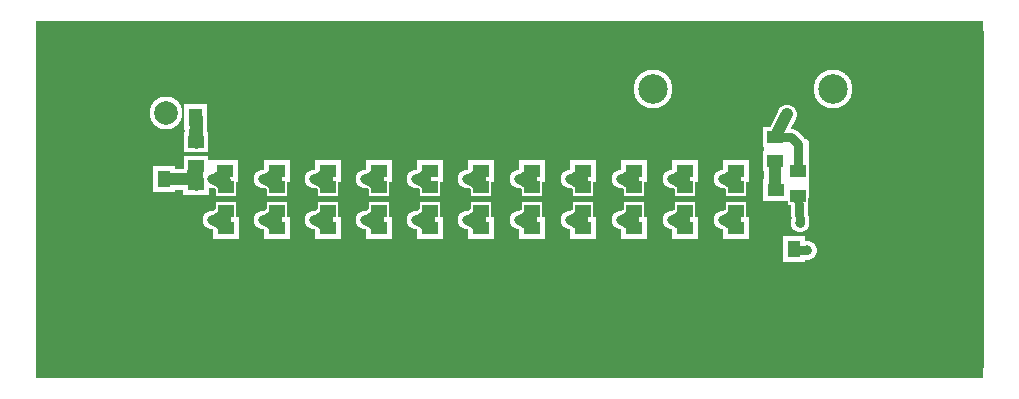
<source format=gbr>
%FSLAX34Y34*%
%MOMM*%
%LNCOPPER_BOTTOM*%
G71*
G01*
%ADD10R,1.800X1.500*%
%ADD11R,2.200X1.900*%
%ADD12C,1.600*%
%ADD13C,1.200*%
%ADD14R,2.000X1.700*%
%ADD15C,1.700*%
%ADD16C,1.600*%
%ADD17R,1.900X2.200*%
%ADD18C,1.800*%
%ADD19C,2.800*%
%ADD20C,3.300*%
%ADD21C,1.400*%
%ADD22C,0.600*%
%ADD23R,1.400X1.100*%
%ADD24C,0.800*%
%ADD25C,0.800*%
%ADD26C,0.600*%
%ADD27C,1.100*%
%ADD28R,1.100X1.400*%
%ADD29C,1.000*%
%ADD30C,2.000*%
%ADD31C,2.500*%
%ADD32C,2.000*%
%LPD*%
G36*
X0Y0D02*
X802000Y0D01*
X802000Y-302000D01*
X0Y-302000D01*
X0Y0D01*
G37*
%LPC*%
X160447Y-140653D02*
G54D10*
D03*
X160447Y-161253D02*
G54D10*
D03*
X160447Y-175303D02*
G54D11*
D03*
X149041Y-134008D02*
G54D12*
D03*
X149041Y-168508D02*
G54D12*
D03*
G54D13*
X149041Y-168508D02*
X160447Y-161253D01*
G54D13*
X149041Y-134008D02*
X160447Y-140653D01*
X192241Y-134009D02*
G54D12*
D03*
X192241Y-168509D02*
G54D12*
D03*
X160347Y-126746D02*
G54D11*
D03*
G54D13*
X160447Y-140653D02*
X160347Y-126746D01*
G54D13*
X149041Y-134008D02*
X160347Y-126746D01*
G54D13*
X149041Y-168508D02*
X160447Y-175303D01*
X160447Y-161253D01*
X203647Y-140654D02*
G54D10*
D03*
X203647Y-161254D02*
G54D10*
D03*
X203647Y-175304D02*
G54D11*
D03*
G54D13*
X192241Y-168509D02*
X203647Y-161254D01*
G54D13*
X192241Y-134009D02*
X203647Y-140654D01*
X203547Y-126747D02*
G54D11*
D03*
G54D13*
X203647Y-140654D02*
X203547Y-126747D01*
G54D13*
X192241Y-134009D02*
X203547Y-126747D01*
G54D13*
X192241Y-168509D02*
X203647Y-175304D01*
X203647Y-161254D01*
X246947Y-140653D02*
G54D10*
D03*
X246947Y-161253D02*
G54D10*
D03*
X246947Y-175303D02*
G54D11*
D03*
X235541Y-134008D02*
G54D12*
D03*
X235541Y-168508D02*
G54D12*
D03*
G54D13*
X235541Y-168508D02*
X246947Y-161253D01*
G54D13*
X235541Y-134008D02*
X246947Y-140653D01*
X278741Y-134009D02*
G54D12*
D03*
X278741Y-168509D02*
G54D12*
D03*
X246847Y-126746D02*
G54D11*
D03*
G54D13*
X246947Y-140653D02*
X246847Y-126746D01*
G54D13*
X235541Y-134008D02*
X246847Y-126746D01*
G54D13*
X235541Y-168508D02*
X246947Y-175303D01*
X246947Y-161253D01*
X290147Y-140654D02*
G54D10*
D03*
X290147Y-161254D02*
G54D10*
D03*
X290147Y-175304D02*
G54D11*
D03*
G54D13*
X278741Y-168509D02*
X290147Y-161254D01*
G54D13*
X278741Y-134009D02*
X290147Y-140654D01*
X290047Y-126747D02*
G54D11*
D03*
G54D13*
X290147Y-140654D02*
X290047Y-126747D01*
G54D13*
X278741Y-134009D02*
X290047Y-126747D01*
G54D13*
X278741Y-168509D02*
X290147Y-175304D01*
X290147Y-161254D01*
X333447Y-140653D02*
G54D10*
D03*
X333447Y-161253D02*
G54D10*
D03*
X333447Y-175303D02*
G54D11*
D03*
X322041Y-134008D02*
G54D12*
D03*
X322041Y-168508D02*
G54D12*
D03*
G54D13*
X322041Y-168508D02*
X333447Y-161253D01*
G54D13*
X322041Y-134008D02*
X333447Y-140653D01*
X365241Y-134009D02*
G54D12*
D03*
X365241Y-168509D02*
G54D12*
D03*
X333347Y-126746D02*
G54D11*
D03*
G54D13*
X330447Y-140653D02*
X330347Y-126746D01*
G54D13*
X322041Y-134008D02*
X333347Y-126746D01*
G54D13*
X322041Y-168508D02*
X333447Y-175303D01*
X333447Y-161253D01*
X376647Y-140654D02*
G54D10*
D03*
X376647Y-161254D02*
G54D10*
D03*
X376647Y-175304D02*
G54D11*
D03*
G54D13*
X365241Y-168509D02*
X376647Y-161254D01*
G54D13*
X365241Y-134009D02*
X376647Y-140654D01*
X376547Y-126747D02*
G54D11*
D03*
G54D13*
X376647Y-140654D02*
X376547Y-126747D01*
G54D13*
X365241Y-134009D02*
X376547Y-126747D01*
G54D13*
X365241Y-168509D02*
X376647Y-175304D01*
X376647Y-161254D01*
X419947Y-140653D02*
G54D10*
D03*
X419947Y-161253D02*
G54D10*
D03*
X419947Y-175303D02*
G54D11*
D03*
X408541Y-134008D02*
G54D12*
D03*
X408541Y-168508D02*
G54D12*
D03*
G54D13*
X408541Y-168508D02*
X419947Y-161253D01*
G54D13*
X408541Y-134008D02*
X419947Y-140653D01*
X451741Y-134009D02*
G54D12*
D03*
X451741Y-168509D02*
G54D12*
D03*
X419847Y-126746D02*
G54D11*
D03*
G54D13*
X419947Y-140653D02*
X419847Y-126746D01*
G54D13*
X408541Y-134008D02*
X419847Y-126746D01*
G54D13*
X408541Y-168508D02*
X419947Y-175303D01*
X419947Y-161253D01*
X463147Y-140654D02*
G54D10*
D03*
X463147Y-161254D02*
G54D10*
D03*
X463147Y-175304D02*
G54D11*
D03*
G54D13*
X451741Y-168509D02*
X463147Y-161254D01*
G54D13*
X451741Y-134009D02*
X463147Y-140654D01*
X463047Y-126747D02*
G54D11*
D03*
G54D13*
X463147Y-140654D02*
X463047Y-126747D01*
G54D13*
X451741Y-134009D02*
X463047Y-126747D01*
G54D13*
X451741Y-168509D02*
X463147Y-175304D01*
X463147Y-161254D01*
X506447Y-140654D02*
G54D10*
D03*
X506447Y-161254D02*
G54D10*
D03*
X506447Y-175304D02*
G54D11*
D03*
X495041Y-134009D02*
G54D12*
D03*
X495041Y-168509D02*
G54D12*
D03*
G54D13*
X495041Y-168509D02*
X506447Y-161254D01*
G54D13*
X495041Y-134009D02*
X506447Y-140654D01*
X538242Y-134010D02*
G54D12*
D03*
X538242Y-168510D02*
G54D12*
D03*
X506347Y-126747D02*
G54D11*
D03*
G54D13*
X506447Y-140654D02*
X506347Y-126747D01*
G54D13*
X495041Y-134009D02*
X506347Y-126747D01*
G54D13*
X495041Y-168509D02*
X506447Y-175304D01*
X506447Y-161254D01*
X549647Y-140654D02*
G54D10*
D03*
X549647Y-161254D02*
G54D10*
D03*
X549647Y-175304D02*
G54D11*
D03*
G54D13*
X538242Y-168510D02*
X549647Y-161254D01*
G54D13*
X538242Y-134010D02*
X549647Y-140654D01*
X549547Y-126748D02*
G54D11*
D03*
G54D13*
X549647Y-140654D02*
X549547Y-126748D01*
G54D13*
X538242Y-134010D02*
X549547Y-126748D01*
G54D13*
X538242Y-168510D02*
X549647Y-175304D01*
X549647Y-161254D01*
X120541Y-133508D02*
G54D12*
D03*
X135000Y-102138D02*
G54D14*
D03*
X135000Y-122738D02*
G54D14*
D03*
X135000Y-138438D02*
G54D11*
D03*
G54D15*
X135000Y-138438D02*
X135000Y-122738D01*
G54D16*
X120541Y-133508D02*
X134500Y-133500D01*
G36*
X125492Y-70495D02*
X144492Y-70495D01*
X144493Y-92495D01*
X125493Y-92495D01*
X125492Y-70495D01*
G37*
X134881Y-93270D02*
G54D12*
D03*
G54D16*
X135000Y-102138D02*
X134881Y-93270D01*
X108456Y-133717D02*
G54D17*
D03*
G54D18*
X120541Y-133508D02*
X108456Y-133717D01*
G54D18*
X120541Y-133508D02*
X134500Y-133500D01*
G54D18*
X133036Y-128059D02*
X133005Y-131867D01*
X109900Y-77500D02*
G54D19*
D03*
X581442Y-134010D02*
G54D12*
D03*
X581442Y-168510D02*
G54D12*
D03*
X592847Y-140655D02*
G54D10*
D03*
X592847Y-161255D02*
G54D10*
D03*
X592847Y-175305D02*
G54D11*
D03*
G54D13*
X581442Y-168510D02*
X592847Y-161255D01*
G54D13*
X581442Y-134010D02*
X592847Y-140655D01*
X592747Y-126748D02*
G54D11*
D03*
G54D13*
X592847Y-140655D02*
X592747Y-126748D01*
G54D13*
X581442Y-134010D02*
X592747Y-126748D01*
G54D13*
X581442Y-168510D02*
X592847Y-175305D01*
X592847Y-161255D01*
X625580Y-130717D02*
G54D12*
D03*
X626320Y-142886D02*
G54D11*
D03*
X626000Y-98138D02*
G54D14*
D03*
X626000Y-118738D02*
G54D14*
D03*
G54D16*
X626320Y-142886D02*
X626000Y-142886D01*
X625580Y-130717D01*
X626000Y-118738D01*
X636041Y-79008D02*
G54D12*
D03*
G54D16*
X626000Y-98138D02*
X636041Y-79008D01*
X674400Y-58000D02*
G54D20*
D03*
X522000Y-58000D02*
G54D20*
D03*
X641544Y-193351D02*
G54D17*
D03*
X645397Y-127304D02*
G54D10*
D03*
X645397Y-147904D02*
G54D10*
D03*
X647080Y-171217D02*
G54D12*
D03*
G54D21*
X647080Y-171217D02*
X645397Y-147904D01*
G54D21*
X645397Y-127304D02*
X645397Y-104397D01*
X639000Y-98000D01*
X626138Y-98000D01*
X626000Y-98138D01*
X652580Y-193717D02*
G54D12*
D03*
G54D16*
X652580Y-193717D02*
X641910Y-193717D01*
X641544Y-193351D01*
G36*
X650912Y-148480D02*
X618997Y-148480D01*
X618997Y-102736D01*
X650912Y-102736D01*
X650912Y-148480D01*
G37*
G54D22*
X650912Y-148480D02*
X618997Y-148480D01*
X618997Y-102736D01*
X650912Y-102736D01*
X650912Y-148480D01*
G54D15*
X134992Y-81095D02*
X135000Y-102138D01*
G36*
X141500Y-101000D02*
X128563Y-101000D01*
X128563Y-88208D01*
X141500Y-88208D01*
X141500Y-101000D01*
G37*
G54D22*
X141500Y-101000D02*
X128563Y-101000D01*
X128563Y-88208D01*
X141500Y-88208D01*
X141500Y-101000D01*
G36*
X155935Y-134802D02*
X138093Y-134802D01*
X138093Y-120213D01*
X155935Y-120213D01*
X155935Y-134802D01*
G37*
G54D22*
X155935Y-134802D02*
X138093Y-134802D01*
X138093Y-120213D01*
X155935Y-120213D01*
X155935Y-134802D01*
%LPD*%
X160447Y-140653D02*
G54D23*
D03*
X160447Y-161253D02*
G54D23*
D03*
X160447Y-175303D02*
G54D23*
D03*
X160447Y-195903D02*
G54D23*
D03*
X149041Y-134008D02*
G54D24*
D03*
X149041Y-168508D02*
G54D24*
D03*
G54D25*
X149041Y-168508D02*
X160447Y-161253D01*
G54D25*
X149041Y-134008D02*
X160447Y-140653D01*
X192241Y-134009D02*
G54D24*
D03*
X192241Y-168509D02*
G54D24*
D03*
X160347Y-126746D02*
G54D23*
D03*
X160347Y-106146D02*
G54D23*
D03*
G54D25*
X160447Y-140653D02*
X160347Y-126746D01*
G54D25*
X149041Y-134008D02*
X160347Y-126746D01*
G54D25*
X149041Y-168508D02*
X160447Y-175303D01*
X160447Y-161253D01*
X203647Y-140654D02*
G54D23*
D03*
X203647Y-161254D02*
G54D23*
D03*
X203647Y-175304D02*
G54D23*
D03*
X203647Y-195904D02*
G54D23*
D03*
G54D25*
X192241Y-168509D02*
X203647Y-161254D01*
G54D25*
X192241Y-134009D02*
X203647Y-140654D01*
X203547Y-126747D02*
G54D23*
D03*
X203547Y-106147D02*
G54D23*
D03*
G54D25*
X203647Y-140654D02*
X203547Y-126747D01*
G54D25*
X192241Y-134009D02*
X203547Y-126747D01*
G54D25*
X192241Y-168509D02*
X203647Y-175304D01*
X203647Y-161254D01*
X201600Y-89150D02*
G54D26*
D03*
X246947Y-140653D02*
G54D23*
D03*
X246947Y-161253D02*
G54D23*
D03*
X246947Y-175303D02*
G54D23*
D03*
X246947Y-195903D02*
G54D23*
D03*
X235541Y-134008D02*
G54D24*
D03*
X235541Y-168508D02*
G54D24*
D03*
G54D25*
X235541Y-168508D02*
X246947Y-161253D01*
G54D25*
X235541Y-134008D02*
X246947Y-140653D01*
X278741Y-134009D02*
G54D24*
D03*
X278741Y-168509D02*
G54D24*
D03*
X246847Y-126746D02*
G54D23*
D03*
X246847Y-106146D02*
G54D23*
D03*
G54D25*
X246947Y-140653D02*
X246847Y-126746D01*
G54D25*
X235541Y-134008D02*
X246847Y-126746D01*
G54D25*
X235541Y-168508D02*
X246947Y-175303D01*
X246947Y-161253D01*
X290147Y-140654D02*
G54D23*
D03*
X290147Y-161254D02*
G54D23*
D03*
X290147Y-175304D02*
G54D23*
D03*
X290147Y-195904D02*
G54D23*
D03*
G54D25*
X278741Y-168509D02*
X290147Y-161254D01*
G54D25*
X278741Y-134009D02*
X290147Y-140654D01*
X290047Y-126747D02*
G54D23*
D03*
X290047Y-106147D02*
G54D23*
D03*
G54D25*
X290147Y-140654D02*
X290047Y-126747D01*
G54D25*
X278741Y-134009D02*
X290047Y-126747D01*
G54D25*
X278741Y-168509D02*
X290147Y-175304D01*
X290147Y-161254D01*
X288200Y-89150D02*
G54D26*
D03*
X333447Y-140653D02*
G54D23*
D03*
X333447Y-161253D02*
G54D23*
D03*
X333447Y-175303D02*
G54D23*
D03*
X333447Y-195903D02*
G54D23*
D03*
X322041Y-134008D02*
G54D24*
D03*
X322041Y-168508D02*
G54D24*
D03*
G54D25*
X322041Y-168508D02*
X333447Y-161253D01*
G54D25*
X322041Y-134008D02*
X333447Y-140653D01*
X365241Y-134009D02*
G54D24*
D03*
X365241Y-168509D02*
G54D24*
D03*
X333347Y-126746D02*
G54D23*
D03*
X333347Y-106146D02*
G54D23*
D03*
G54D25*
X330447Y-140653D02*
X330347Y-126746D01*
G54D25*
X322041Y-134008D02*
X333347Y-126746D01*
G54D25*
X322041Y-168508D02*
X333447Y-175303D01*
X333447Y-161253D01*
X376647Y-140654D02*
G54D23*
D03*
X376647Y-161254D02*
G54D23*
D03*
X376647Y-175304D02*
G54D23*
D03*
X376647Y-195904D02*
G54D23*
D03*
G54D25*
X365241Y-168509D02*
X376647Y-161254D01*
G54D25*
X365241Y-134009D02*
X376647Y-140654D01*
X376547Y-126747D02*
G54D23*
D03*
X376547Y-106147D02*
G54D23*
D03*
G54D25*
X376647Y-140654D02*
X376547Y-126747D01*
G54D25*
X365241Y-134009D02*
X376547Y-126747D01*
G54D25*
X365241Y-168509D02*
X376647Y-175304D01*
X376647Y-161254D01*
X374800Y-89150D02*
G54D26*
D03*
X419947Y-140653D02*
G54D23*
D03*
X419947Y-161253D02*
G54D23*
D03*
X419947Y-175303D02*
G54D23*
D03*
X419947Y-195903D02*
G54D23*
D03*
X408541Y-134008D02*
G54D24*
D03*
X408541Y-168508D02*
G54D24*
D03*
G54D25*
X408541Y-168508D02*
X419947Y-161253D01*
G54D25*
X408541Y-134008D02*
X419947Y-140653D01*
X451741Y-134009D02*
G54D24*
D03*
X451741Y-168509D02*
G54D24*
D03*
X419847Y-126746D02*
G54D23*
D03*
X419847Y-106146D02*
G54D23*
D03*
G54D25*
X419947Y-140653D02*
X419847Y-126746D01*
G54D25*
X408541Y-134008D02*
X419847Y-126746D01*
G54D25*
X408541Y-168508D02*
X419947Y-175303D01*
X419947Y-161253D01*
X463147Y-140654D02*
G54D23*
D03*
X463147Y-161254D02*
G54D23*
D03*
X463147Y-175304D02*
G54D23*
D03*
X463147Y-195904D02*
G54D23*
D03*
G54D25*
X451741Y-168509D02*
X463147Y-161254D01*
G54D25*
X451741Y-134009D02*
X463147Y-140654D01*
X463047Y-126747D02*
G54D23*
D03*
X463047Y-106147D02*
G54D23*
D03*
G54D25*
X463147Y-140654D02*
X463047Y-126747D01*
G54D25*
X451741Y-134009D02*
X463047Y-126747D01*
G54D25*
X451741Y-168509D02*
X463147Y-175304D01*
X463147Y-161254D01*
X461300Y-89200D02*
G54D26*
D03*
X506447Y-140654D02*
G54D23*
D03*
X506447Y-161254D02*
G54D23*
D03*
X506447Y-175304D02*
G54D23*
D03*
X506447Y-195904D02*
G54D23*
D03*
X495041Y-134009D02*
G54D24*
D03*
X495041Y-168509D02*
G54D24*
D03*
G54D25*
X495041Y-168509D02*
X506447Y-161254D01*
G54D25*
X495041Y-134009D02*
X506447Y-140654D01*
X538242Y-134010D02*
G54D24*
D03*
X538242Y-168510D02*
G54D24*
D03*
X506347Y-126747D02*
G54D23*
D03*
X506347Y-106147D02*
G54D23*
D03*
G54D25*
X506447Y-140654D02*
X506347Y-126747D01*
G54D25*
X495041Y-134009D02*
X506347Y-126747D01*
G54D25*
X495041Y-168509D02*
X506447Y-175304D01*
X506447Y-161254D01*
X549647Y-140654D02*
G54D23*
D03*
X549647Y-161254D02*
G54D23*
D03*
X549647Y-175304D02*
G54D23*
D03*
X549647Y-195904D02*
G54D23*
D03*
G54D25*
X538242Y-168510D02*
X549647Y-161254D01*
G54D25*
X538242Y-134010D02*
X549647Y-140654D01*
X549547Y-126748D02*
G54D23*
D03*
X549547Y-106148D02*
G54D23*
D03*
G54D25*
X549647Y-140654D02*
X549547Y-126748D01*
G54D25*
X538242Y-134010D02*
X549547Y-126748D01*
G54D25*
X538242Y-168510D02*
X549647Y-175304D01*
X549647Y-161254D01*
X547800Y-89201D02*
G54D26*
D03*
X504424Y-89189D02*
G54D26*
D03*
X417883Y-89184D02*
G54D26*
D03*
X331464Y-89154D02*
G54D26*
D03*
X244950Y-89152D02*
G54D26*
D03*
X120541Y-133508D02*
G54D24*
D03*
X135000Y-102138D02*
G54D23*
D03*
X135000Y-122738D02*
G54D23*
D03*
X135000Y-138438D02*
G54D23*
D03*
X135000Y-159038D02*
G54D23*
D03*
G54D27*
X135000Y-138438D02*
X135000Y-122738D01*
G54D25*
X120541Y-133508D02*
X134500Y-133500D01*
G36*
X129492Y-74495D02*
X140492Y-74495D01*
X140493Y-88495D01*
X129493Y-88495D01*
X129492Y-74495D01*
G37*
X155592Y-81495D02*
G54D28*
D03*
X134881Y-93270D02*
G54D24*
D03*
G54D29*
X135000Y-102138D02*
X134881Y-93270D01*
X108456Y-133717D02*
G54D28*
D03*
X87856Y-133717D02*
G54D28*
D03*
G54D29*
X120541Y-133508D02*
X108456Y-133717D01*
G54D29*
X120541Y-133508D02*
X134500Y-133500D01*
G54D29*
X133036Y-128059D02*
X133005Y-131867D01*
X84500Y-77500D02*
G54D30*
D03*
X109900Y-77500D02*
G54D30*
D03*
X581442Y-134010D02*
G54D24*
D03*
X581442Y-168510D02*
G54D24*
D03*
X592847Y-140655D02*
G54D23*
D03*
X592847Y-161255D02*
G54D23*
D03*
X592847Y-175305D02*
G54D23*
D03*
X592847Y-195905D02*
G54D23*
D03*
G54D25*
X581442Y-168510D02*
X592847Y-161255D01*
G54D25*
X581442Y-134010D02*
X592847Y-140655D01*
X592747Y-126748D02*
G54D23*
D03*
X592747Y-106148D02*
G54D23*
D03*
G54D25*
X592847Y-140655D02*
X592747Y-126748D01*
G54D25*
X581442Y-134010D02*
X592747Y-126748D01*
G54D25*
X581442Y-168510D02*
X592847Y-175305D01*
X592847Y-161255D01*
X625580Y-130717D02*
G54D24*
D03*
X626320Y-142886D02*
G54D23*
D03*
X626320Y-163487D02*
G54D23*
D03*
X626000Y-98138D02*
G54D23*
D03*
X626000Y-118738D02*
G54D23*
D03*
G54D29*
X626320Y-142886D02*
X626000Y-142886D01*
X625580Y-130717D01*
X626000Y-118738D01*
X636041Y-79008D02*
G54D24*
D03*
G54D29*
X626000Y-98138D02*
X636041Y-79008D01*
X674400Y-58000D02*
G54D31*
D03*
X522000Y-58000D02*
G54D31*
D03*
X641544Y-193351D02*
G54D28*
D03*
X620944Y-193351D02*
G54D28*
D03*
X645397Y-127304D02*
G54D23*
D03*
X645397Y-147904D02*
G54D23*
D03*
X647080Y-171217D02*
G54D24*
D03*
G54D25*
X647080Y-171217D02*
X645397Y-147904D01*
G54D25*
X645397Y-127304D02*
X645397Y-104397D01*
X639000Y-98000D01*
X626138Y-98000D01*
X626000Y-98138D01*
X652580Y-193717D02*
G54D24*
D03*
G54D25*
X652580Y-193717D02*
X641910Y-193717D01*
X641544Y-193351D01*
X590843Y-89300D02*
G54D26*
D03*
G54D32*
X10000Y-10000D02*
X10000Y-292000D01*
G36*
X20000Y-10000D02*
X0Y-10000D01*
X0Y0D01*
X20000Y0D01*
X20000Y-10000D01*
G37*
G36*
X0Y-292000D02*
X20000Y-292000D01*
X20000Y-302000D01*
X0Y-302000D01*
X0Y-292000D01*
G37*
G54D32*
X792000Y-10000D02*
X792000Y-292000D01*
G36*
X802000Y-10000D02*
X782000Y-10000D01*
X782000Y0D01*
X802000Y0D01*
X802000Y-10000D01*
G37*
G36*
X782000Y-292000D02*
X802000Y-292000D01*
X802000Y-302000D01*
X782000Y-302000D01*
X782000Y-292000D01*
G37*
G54D32*
X10000Y-10000D02*
X792000Y-10000D01*
G36*
X10000Y0D02*
X10000Y-20000D01*
X0Y-20000D01*
X0Y0D01*
X10000Y0D01*
G37*
G36*
X792000Y-20000D02*
X792000Y0D01*
X802000Y0D01*
X802000Y-20000D01*
X792000Y-20000D01*
G37*
G54D32*
X10000Y-292000D02*
X792000Y-292000D01*
G36*
X10000Y-282000D02*
X10000Y-302000D01*
X0Y-302000D01*
X0Y-282000D01*
X10000Y-282000D01*
G37*
G36*
X792000Y-302000D02*
X792000Y-282000D01*
X802000Y-282000D01*
X802000Y-302000D01*
X792000Y-302000D01*
G37*
X181501Y-194044D02*
G54D26*
D03*
X224501Y-194044D02*
G54D26*
D03*
X268001Y-194044D02*
G54D26*
D03*
X311201Y-194044D02*
G54D26*
D03*
X354501Y-194044D02*
G54D26*
D03*
X397801Y-194044D02*
G54D26*
D03*
X441101Y-194044D02*
G54D26*
D03*
X484301Y-194044D02*
G54D26*
D03*
X527501Y-194044D02*
G54D26*
D03*
X10000Y-10000D02*
G54D26*
D03*
X20000Y-10000D02*
G54D26*
D03*
X30000Y-10000D02*
G54D26*
D03*
X40000Y-10000D02*
G54D26*
D03*
X50000Y-10000D02*
G54D26*
D03*
X60000Y-10000D02*
G54D26*
D03*
X70000Y-10000D02*
G54D26*
D03*
X80000Y-10000D02*
G54D26*
D03*
X90000Y-10000D02*
G54D26*
D03*
X100000Y-10000D02*
G54D26*
D03*
X110000Y-10000D02*
G54D26*
D03*
X120000Y-10000D02*
G54D26*
D03*
X130000Y-10000D02*
G54D26*
D03*
X140000Y-10000D02*
G54D26*
D03*
X150000Y-10000D02*
G54D26*
D03*
X160000Y-10000D02*
G54D26*
D03*
X170000Y-10000D02*
G54D26*
D03*
X180000Y-10000D02*
G54D26*
D03*
X190000Y-10000D02*
G54D26*
D03*
X200000Y-10000D02*
G54D26*
D03*
X210000Y-10000D02*
G54D26*
D03*
X220000Y-10000D02*
G54D26*
D03*
X230000Y-10000D02*
G54D26*
D03*
X240000Y-10000D02*
G54D26*
D03*
X250000Y-10000D02*
G54D26*
D03*
X260000Y-10000D02*
G54D26*
D03*
X270000Y-10000D02*
G54D26*
D03*
X280000Y-10000D02*
G54D26*
D03*
X290000Y-10000D02*
G54D26*
D03*
X300000Y-10000D02*
G54D26*
D03*
X310000Y-10000D02*
G54D26*
D03*
X320000Y-10000D02*
G54D26*
D03*
X330000Y-10000D02*
G54D26*
D03*
X340000Y-10000D02*
G54D26*
D03*
X350000Y-10000D02*
G54D26*
D03*
X360000Y-10000D02*
G54D26*
D03*
X370000Y-10000D02*
G54D26*
D03*
X380000Y-10000D02*
G54D26*
D03*
X390000Y-10000D02*
G54D26*
D03*
X400000Y-10000D02*
G54D26*
D03*
X410000Y-10000D02*
G54D26*
D03*
X420000Y-10000D02*
G54D26*
D03*
X430000Y-10000D02*
G54D26*
D03*
X440000Y-10000D02*
G54D26*
D03*
X450000Y-10000D02*
G54D26*
D03*
X460000Y-10000D02*
G54D26*
D03*
X470000Y-10000D02*
G54D26*
D03*
X480000Y-10000D02*
G54D26*
D03*
X490000Y-10000D02*
G54D26*
D03*
X500000Y-10000D02*
G54D26*
D03*
X510000Y-10000D02*
G54D26*
D03*
X520000Y-10000D02*
G54D26*
D03*
X530000Y-10000D02*
G54D26*
D03*
X540000Y-10000D02*
G54D26*
D03*
X550000Y-10000D02*
G54D26*
D03*
X560000Y-10000D02*
G54D26*
D03*
X570000Y-10000D02*
G54D26*
D03*
X580000Y-10000D02*
G54D26*
D03*
X590000Y-10000D02*
G54D26*
D03*
X600000Y-10000D02*
G54D26*
D03*
X610000Y-10000D02*
G54D26*
D03*
X620000Y-10000D02*
G54D26*
D03*
X630000Y-10000D02*
G54D26*
D03*
X640000Y-10000D02*
G54D26*
D03*
X650000Y-10000D02*
G54D26*
D03*
X660000Y-10000D02*
G54D26*
D03*
X670000Y-10000D02*
G54D26*
D03*
X680000Y-10000D02*
G54D26*
D03*
X690000Y-10000D02*
G54D26*
D03*
X700000Y-10000D02*
G54D26*
D03*
X710000Y-10000D02*
G54D26*
D03*
X720000Y-10000D02*
G54D26*
D03*
X730000Y-10000D02*
G54D26*
D03*
X740000Y-10000D02*
G54D26*
D03*
X750000Y-10000D02*
G54D26*
D03*
X792000Y-10000D02*
G54D26*
D03*
X760000Y-10000D02*
G54D26*
D03*
X770000Y-10000D02*
G54D26*
D03*
X780000Y-10000D02*
G54D26*
D03*
X10000Y-292000D02*
G54D26*
D03*
X20000Y-292000D02*
G54D26*
D03*
X30000Y-292000D02*
G54D26*
D03*
X40000Y-292000D02*
G54D26*
D03*
X50000Y-292000D02*
G54D26*
D03*
X60000Y-292000D02*
G54D26*
D03*
X70000Y-292000D02*
G54D26*
D03*
X80000Y-292000D02*
G54D26*
D03*
X90000Y-292000D02*
G54D26*
D03*
X100000Y-292000D02*
G54D26*
D03*
X110000Y-292000D02*
G54D26*
D03*
X120000Y-292000D02*
G54D26*
D03*
X130000Y-292000D02*
G54D26*
D03*
X140000Y-292000D02*
G54D26*
D03*
X150000Y-292000D02*
G54D26*
D03*
X160000Y-292000D02*
G54D26*
D03*
X170000Y-292000D02*
G54D26*
D03*
X180000Y-292000D02*
G54D26*
D03*
X190000Y-292000D02*
G54D26*
D03*
X200000Y-292000D02*
G54D26*
D03*
X210000Y-292000D02*
G54D26*
D03*
X220000Y-292000D02*
G54D26*
D03*
X230000Y-292000D02*
G54D26*
D03*
X240000Y-292000D02*
G54D26*
D03*
X250000Y-292000D02*
G54D26*
D03*
X260000Y-292000D02*
G54D26*
D03*
X270000Y-292000D02*
G54D26*
D03*
X280000Y-292000D02*
G54D26*
D03*
X290000Y-292000D02*
G54D26*
D03*
X300000Y-292000D02*
G54D26*
D03*
X310000Y-292000D02*
G54D26*
D03*
X320000Y-292000D02*
G54D26*
D03*
X330000Y-292000D02*
G54D26*
D03*
X340000Y-292000D02*
G54D26*
D03*
X350000Y-292000D02*
G54D26*
D03*
X360000Y-292000D02*
G54D26*
D03*
X370000Y-292000D02*
G54D26*
D03*
X380000Y-292000D02*
G54D26*
D03*
X390000Y-292000D02*
G54D26*
D03*
X400000Y-292000D02*
G54D26*
D03*
X410000Y-292000D02*
G54D26*
D03*
X420000Y-292000D02*
G54D26*
D03*
X430000Y-292000D02*
G54D26*
D03*
X440000Y-292000D02*
G54D26*
D03*
X450000Y-292000D02*
G54D26*
D03*
X460000Y-292000D02*
G54D26*
D03*
X470000Y-292000D02*
G54D26*
D03*
X480000Y-292000D02*
G54D26*
D03*
X490000Y-292000D02*
G54D26*
D03*
X500000Y-292000D02*
G54D26*
D03*
X510000Y-292000D02*
G54D26*
D03*
X520000Y-292000D02*
G54D26*
D03*
X530000Y-292000D02*
G54D26*
D03*
X540000Y-292000D02*
G54D26*
D03*
X550000Y-292000D02*
G54D26*
D03*
X560000Y-292000D02*
G54D26*
D03*
X570000Y-292000D02*
G54D26*
D03*
X580000Y-292000D02*
G54D26*
D03*
X590000Y-292000D02*
G54D26*
D03*
X600000Y-292000D02*
G54D26*
D03*
X610000Y-292000D02*
G54D26*
D03*
X620000Y-292000D02*
G54D26*
D03*
X630000Y-292000D02*
G54D26*
D03*
X640000Y-292000D02*
G54D26*
D03*
X650000Y-292000D02*
G54D26*
D03*
X660000Y-292000D02*
G54D26*
D03*
X670000Y-292000D02*
G54D26*
D03*
X680000Y-292000D02*
G54D26*
D03*
X690000Y-292000D02*
G54D26*
D03*
X700000Y-292000D02*
G54D26*
D03*
X710000Y-292000D02*
G54D26*
D03*
X720000Y-292000D02*
G54D26*
D03*
X730000Y-292000D02*
G54D26*
D03*
X740000Y-292000D02*
G54D26*
D03*
X750000Y-292000D02*
G54D26*
D03*
X792000Y-292000D02*
G54D26*
D03*
X760000Y-292000D02*
G54D26*
D03*
X770000Y-292000D02*
G54D26*
D03*
X780000Y-292000D02*
G54D26*
D03*
X10000Y-20000D02*
G54D26*
D03*
X10000Y-30000D02*
G54D26*
D03*
X10000Y-40000D02*
G54D26*
D03*
X10000Y-50000D02*
G54D26*
D03*
X10000Y-60000D02*
G54D26*
D03*
X10000Y-70000D02*
G54D26*
D03*
X10000Y-80000D02*
G54D26*
D03*
X10000Y-90000D02*
G54D26*
D03*
X10000Y-100000D02*
G54D26*
D03*
X10000Y-110000D02*
G54D26*
D03*
X10000Y-120000D02*
G54D26*
D03*
X10000Y-130000D02*
G54D26*
D03*
X10000Y-140000D02*
G54D26*
D03*
X10000Y-150000D02*
G54D26*
D03*
X10000Y-160000D02*
G54D26*
D03*
X10000Y-170000D02*
G54D26*
D03*
X10000Y-180000D02*
G54D26*
D03*
X10000Y-190000D02*
G54D26*
D03*
X10000Y-200000D02*
G54D26*
D03*
X10000Y-210000D02*
G54D26*
D03*
X10000Y-220000D02*
G54D26*
D03*
X10000Y-230000D02*
G54D26*
D03*
X10000Y-240000D02*
G54D26*
D03*
X10000Y-250000D02*
G54D26*
D03*
X10000Y-260000D02*
G54D26*
D03*
X10000Y-270000D02*
G54D26*
D03*
X10000Y-280000D02*
G54D26*
D03*
X792000Y-20000D02*
G54D26*
D03*
X792000Y-30000D02*
G54D26*
D03*
X792000Y-40000D02*
G54D26*
D03*
X792000Y-50000D02*
G54D26*
D03*
X792000Y-60000D02*
G54D26*
D03*
X792000Y-70000D02*
G54D26*
D03*
X792000Y-80000D02*
G54D26*
D03*
X792000Y-90000D02*
G54D26*
D03*
X792000Y-100000D02*
G54D26*
D03*
X792000Y-110000D02*
G54D26*
D03*
X792000Y-120000D02*
G54D26*
D03*
X792000Y-130000D02*
G54D26*
D03*
X792000Y-140000D02*
G54D26*
D03*
X792000Y-150000D02*
G54D26*
D03*
X792000Y-160000D02*
G54D26*
D03*
X792000Y-170000D02*
G54D26*
D03*
X792000Y-180000D02*
G54D26*
D03*
X792000Y-190000D02*
G54D26*
D03*
X792000Y-200000D02*
G54D26*
D03*
X792000Y-210000D02*
G54D26*
D03*
X792000Y-220000D02*
G54D26*
D03*
X792000Y-230000D02*
G54D26*
D03*
X792000Y-240000D02*
G54D26*
D03*
X792000Y-250000D02*
G54D26*
D03*
X792000Y-260000D02*
G54D26*
D03*
X792000Y-270000D02*
G54D26*
D03*
X792000Y-280000D02*
G54D26*
D03*
X394649Y-217057D02*
G54D26*
D03*
X404649Y-217057D02*
G54D26*
D03*
X414649Y-217057D02*
G54D26*
D03*
X424649Y-217057D02*
G54D26*
D03*
X434649Y-217057D02*
G54D26*
D03*
X444649Y-217057D02*
G54D26*
D03*
X454649Y-217057D02*
G54D26*
D03*
X464649Y-217057D02*
G54D26*
D03*
X474649Y-217057D02*
G54D26*
D03*
X484649Y-217057D02*
G54D26*
D03*
X494649Y-217057D02*
G54D26*
D03*
X504649Y-217057D02*
G54D26*
D03*
X514649Y-217057D02*
G54D26*
D03*
X524649Y-217057D02*
G54D26*
D03*
X534649Y-217057D02*
G54D26*
D03*
X544649Y-217057D02*
G54D26*
D03*
X554649Y-217057D02*
G54D26*
D03*
X564649Y-217057D02*
G54D26*
D03*
X214649Y-217057D02*
G54D26*
D03*
X224649Y-217057D02*
G54D26*
D03*
X234649Y-217057D02*
G54D26*
D03*
X244649Y-217057D02*
G54D26*
D03*
X254649Y-217057D02*
G54D26*
D03*
X264649Y-217057D02*
G54D26*
D03*
X274649Y-217057D02*
G54D26*
D03*
X284649Y-217057D02*
G54D26*
D03*
X294649Y-217057D02*
G54D26*
D03*
X304649Y-217057D02*
G54D26*
D03*
X314649Y-217057D02*
G54D26*
D03*
X324649Y-217057D02*
G54D26*
D03*
X334649Y-217057D02*
G54D26*
D03*
X344649Y-217057D02*
G54D26*
D03*
X354649Y-217057D02*
G54D26*
D03*
X364649Y-217057D02*
G54D26*
D03*
X374649Y-217057D02*
G54D26*
D03*
X384649Y-217057D02*
G54D26*
D03*
X124649Y-217057D02*
G54D26*
D03*
X134649Y-217057D02*
G54D26*
D03*
X144649Y-217057D02*
G54D26*
D03*
X154649Y-217057D02*
G54D26*
D03*
X164649Y-217057D02*
G54D26*
D03*
X174649Y-217057D02*
G54D26*
D03*
X184649Y-217057D02*
G54D26*
D03*
X194649Y-217057D02*
G54D26*
D03*
X204649Y-217057D02*
G54D26*
D03*
X324649Y-67057D02*
G54D26*
D03*
X334649Y-67057D02*
G54D26*
D03*
X344649Y-67057D02*
G54D26*
D03*
X354649Y-67057D02*
G54D26*
D03*
X364649Y-67057D02*
G54D26*
D03*
X374649Y-67057D02*
G54D26*
D03*
X384649Y-67057D02*
G54D26*
D03*
X394649Y-67057D02*
G54D26*
D03*
X404649Y-67057D02*
G54D26*
D03*
X414649Y-67057D02*
G54D26*
D03*
X424649Y-67057D02*
G54D26*
D03*
X434649Y-67057D02*
G54D26*
D03*
X444649Y-67057D02*
G54D26*
D03*
X454649Y-67057D02*
G54D26*
D03*
X464649Y-67057D02*
G54D26*
D03*
X474649Y-67057D02*
G54D26*
D03*
X484649Y-67057D02*
G54D26*
D03*
X494649Y-67057D02*
G54D26*
D03*
X164649Y-67057D02*
G54D26*
D03*
X174649Y-67057D02*
G54D26*
D03*
X184649Y-67057D02*
G54D26*
D03*
X194649Y-67057D02*
G54D26*
D03*
X204649Y-67057D02*
G54D26*
D03*
X214649Y-67057D02*
G54D26*
D03*
X224649Y-67057D02*
G54D26*
D03*
X234649Y-67057D02*
G54D26*
D03*
X244649Y-67057D02*
G54D26*
D03*
X254649Y-67057D02*
G54D26*
D03*
X264649Y-67057D02*
G54D26*
D03*
X274649Y-67057D02*
G54D26*
D03*
X284649Y-67057D02*
G54D26*
D03*
X294649Y-67057D02*
G54D26*
D03*
X304649Y-67057D02*
G54D26*
D03*
X314649Y-67057D02*
G54D26*
D03*
X544649Y-67057D02*
G54D26*
D03*
X554649Y-67057D02*
G54D26*
D03*
X564649Y-67057D02*
G54D26*
D03*
X574649Y-67057D02*
G54D26*
D03*
X584649Y-67057D02*
G54D26*
D03*
X594649Y-67057D02*
G54D26*
D03*
X604649Y-67057D02*
G54D26*
D03*
X614649Y-67057D02*
G54D26*
D03*
X624649Y-67057D02*
G54D26*
D03*
X634649Y-67057D02*
G54D26*
D03*
X644649Y-67057D02*
G54D26*
D03*
X654649Y-67057D02*
G54D26*
D03*
X44649Y-67057D02*
G54D26*
D03*
X54649Y-67057D02*
G54D26*
D03*
X64649Y-67057D02*
G54D26*
D03*
X84649Y-57057D02*
G54D26*
D03*
X94649Y-57057D02*
G54D26*
D03*
X104649Y-57057D02*
G54D26*
D03*
X44649Y-77057D02*
G54D26*
D03*
X54649Y-77057D02*
G54D26*
D03*
X64649Y-77057D02*
G54D26*
D03*
X44649Y-87057D02*
G54D26*
D03*
X54649Y-87057D02*
G54D26*
D03*
X64649Y-87057D02*
G54D26*
D03*
X44649Y-97057D02*
G54D26*
D03*
X54649Y-97057D02*
G54D26*
D03*
X64649Y-97057D02*
G54D26*
D03*
X54649Y-47057D02*
G54D26*
D03*
X64649Y-47057D02*
G54D26*
D03*
X74649Y-47057D02*
G54D26*
D03*
X74649Y-97057D02*
G54D26*
D03*
X94649Y-97057D02*
G54D26*
D03*
X94649Y-87057D02*
G54D26*
D03*
X44649Y-107057D02*
G54D26*
D03*
X44649Y-117057D02*
G54D26*
D03*
X44649Y-127057D02*
G54D26*
D03*
X44649Y-137057D02*
G54D26*
D03*
X44649Y-147057D02*
G54D26*
D03*
X44649Y-157057D02*
G54D26*
D03*
X44649Y-167057D02*
G54D26*
D03*
X44649Y-177057D02*
G54D26*
D03*
X51579Y-111813D02*
G54D26*
D03*
X51579Y-121813D02*
G54D26*
D03*
X51579Y-131813D02*
G54D26*
D03*
X51579Y-141813D02*
G54D26*
D03*
X51579Y-151813D02*
G54D26*
D03*
X51579Y-161813D02*
G54D26*
D03*
X53287Y-174781D02*
G54D26*
D03*
X51309Y-181004D02*
G54D26*
D03*
X115108Y-166367D02*
G54D26*
D03*
X114928Y-172842D02*
G54D26*
D03*
X122212Y-167086D02*
G54D26*
D03*
X129766Y-168615D02*
G54D26*
D03*
X136601Y-168705D02*
G54D26*
D03*
X125036Y-172688D02*
G54D26*
D03*
X133680Y-174262D02*
G54D26*
D03*
X136072Y-180296D02*
G54D26*
D03*
X135904Y-187500D02*
G54D26*
D03*
X135798Y-194840D02*
G54D26*
D03*
X133543Y-201799D02*
G54D26*
D03*
X133543Y-209263D02*
G54D26*
D03*
X107554Y-200360D02*
G54D26*
D03*
X107104Y-207554D02*
G54D26*
D03*
X99649Y-202456D02*
G54D26*
D03*
X92982Y-201871D02*
G54D26*
D03*
X87836Y-206199D02*
G54D26*
D03*
X80702Y-209123D02*
G54D26*
D03*
X73801Y-210058D02*
G54D26*
D03*
X67018Y-209006D02*
G54D26*
D03*
X60819Y-205848D02*
G54D26*
D03*
X55502Y-200837D02*
G54D26*
D03*
X52137Y-194576D02*
G54D26*
D03*
X50705Y-187819D02*
G54D26*
D03*
X57553Y-169628D02*
G54D26*
D03*
X62447Y-166064D02*
G54D26*
D03*
X329640Y-62140D02*
G54D26*
D03*
X339640Y-62140D02*
G54D26*
D03*
X349640Y-62140D02*
G54D26*
D03*
X359640Y-62140D02*
G54D26*
D03*
X369640Y-62140D02*
G54D26*
D03*
X379640Y-62140D02*
G54D26*
D03*
X389640Y-62140D02*
G54D26*
D03*
X399640Y-62140D02*
G54D26*
D03*
X409640Y-62140D02*
G54D26*
D03*
X419640Y-62140D02*
G54D26*
D03*
X429640Y-62140D02*
G54D26*
D03*
X439640Y-62140D02*
G54D26*
D03*
X449640Y-62140D02*
G54D26*
D03*
X459640Y-62140D02*
G54D26*
D03*
X469640Y-62140D02*
G54D26*
D03*
X479640Y-62140D02*
G54D26*
D03*
X489640Y-62140D02*
G54D26*
D03*
X499640Y-62140D02*
G54D26*
D03*
X159640Y-62140D02*
G54D26*
D03*
X169640Y-62140D02*
G54D26*
D03*
X179640Y-62140D02*
G54D26*
D03*
X189640Y-62140D02*
G54D26*
D03*
X199640Y-62140D02*
G54D26*
D03*
X209640Y-62140D02*
G54D26*
D03*
X219640Y-62140D02*
G54D26*
D03*
X229640Y-62140D02*
G54D26*
D03*
X239640Y-62140D02*
G54D26*
D03*
X249640Y-62140D02*
G54D26*
D03*
X259640Y-62140D02*
G54D26*
D03*
X269640Y-62140D02*
G54D26*
D03*
X279640Y-62140D02*
G54D26*
D03*
X289640Y-62140D02*
G54D26*
D03*
X299640Y-62140D02*
G54D26*
D03*
X309640Y-62140D02*
G54D26*
D03*
X319640Y-62140D02*
G54D26*
D03*
X389599Y-221508D02*
G54D26*
D03*
X399599Y-221508D02*
G54D26*
D03*
X409599Y-221508D02*
G54D26*
D03*
X419599Y-221508D02*
G54D26*
D03*
X429599Y-221508D02*
G54D26*
D03*
X439599Y-221508D02*
G54D26*
D03*
X449599Y-221508D02*
G54D26*
D03*
X459599Y-221508D02*
G54D26*
D03*
X469599Y-221508D02*
G54D26*
D03*
X479599Y-221508D02*
G54D26*
D03*
X489599Y-221508D02*
G54D26*
D03*
X499599Y-221508D02*
G54D26*
D03*
X509599Y-221508D02*
G54D26*
D03*
X519599Y-221508D02*
G54D26*
D03*
X529599Y-221508D02*
G54D26*
D03*
X539599Y-221508D02*
G54D26*
D03*
X549599Y-221508D02*
G54D26*
D03*
X559599Y-221508D02*
G54D26*
D03*
X209599Y-221508D02*
G54D26*
D03*
X219599Y-221508D02*
G54D26*
D03*
X229599Y-221508D02*
G54D26*
D03*
X239599Y-221508D02*
G54D26*
D03*
X249599Y-221508D02*
G54D26*
D03*
X259599Y-221508D02*
G54D26*
D03*
X269599Y-221508D02*
G54D26*
D03*
X279599Y-221508D02*
G54D26*
D03*
X289599Y-221508D02*
G54D26*
D03*
X299599Y-221508D02*
G54D26*
D03*
X309599Y-221508D02*
G54D26*
D03*
X319599Y-221508D02*
G54D26*
D03*
X329599Y-221508D02*
G54D26*
D03*
X339599Y-221508D02*
G54D26*
D03*
X349599Y-221508D02*
G54D26*
D03*
X359599Y-221508D02*
G54D26*
D03*
X369599Y-221508D02*
G54D26*
D03*
X379599Y-221508D02*
G54D26*
D03*
X119599Y-221508D02*
G54D26*
D03*
X129599Y-221508D02*
G54D26*
D03*
X139599Y-221508D02*
G54D26*
D03*
X149599Y-221508D02*
G54D26*
D03*
X159599Y-221508D02*
G54D26*
D03*
X169599Y-221508D02*
G54D26*
D03*
X179599Y-221508D02*
G54D26*
D03*
X189599Y-221508D02*
G54D26*
D03*
X199599Y-221508D02*
G54D26*
D03*
X549942Y-62105D02*
G54D26*
D03*
X559941Y-62105D02*
G54D26*
D03*
X569941Y-62105D02*
G54D26*
D03*
X579941Y-62105D02*
G54D26*
D03*
X589942Y-62105D02*
G54D26*
D03*
X599942Y-62105D02*
G54D26*
D03*
X609942Y-62105D02*
G54D26*
D03*
X619942Y-62105D02*
G54D26*
D03*
X629942Y-62105D02*
G54D26*
D03*
X639942Y-62105D02*
G54D26*
D03*
X649942Y-62105D02*
G54D26*
D03*
X541595Y-61463D02*
G54D26*
D03*
X502332Y-54356D02*
G54D26*
D03*
X504828Y-48259D02*
G54D26*
D03*
X508920Y-43185D02*
G54D26*
D03*
X514280Y-39413D02*
G54D26*
D03*
X520826Y-38112D02*
G54D26*
D03*
X527332Y-38930D02*
G54D26*
D03*
X533543Y-41735D02*
G54D26*
D03*
X538220Y-46411D02*
G54D26*
D03*
X541367Y-52886D02*
G54D26*
D03*
X503222Y-67443D02*
G54D26*
D03*
X647842Y-73471D02*
G54D26*
D03*
X648651Y-80845D02*
G54D26*
D03*
X645863Y-88489D02*
G54D26*
D03*
X652068Y-93435D02*
G54D26*
D03*
X656475Y-98022D02*
G54D26*
D03*
X663040Y-98022D02*
G54D26*
D03*
X669964Y-97752D02*
G54D26*
D03*
X677068Y-97662D02*
G54D26*
D03*
X683273Y-97842D02*
G54D26*
D03*
X689568Y-98022D02*
G54D26*
D03*
X695504Y-100989D02*
G54D26*
D03*
X701349Y-97482D02*
G54D26*
D03*
X708004Y-95863D02*
G54D26*
D03*
X715088Y-95556D02*
G54D26*
D03*
X721871Y-97076D02*
G54D26*
D03*
X727719Y-100351D02*
G54D26*
D03*
X732749Y-105380D02*
G54D26*
D03*
X736140Y-111579D02*
G54D26*
D03*
X738129Y-118830D02*
G54D26*
D03*
X737661Y-125731D02*
G54D26*
D03*
X735088Y-131930D02*
G54D26*
D03*
X731111Y-137310D02*
G54D26*
D03*
X725848Y-141404D02*
G54D26*
D03*
X720117Y-144094D02*
G54D26*
D03*
X713918Y-145029D02*
G54D26*
D03*
X707602Y-145146D02*
G54D26*
D03*
X701871Y-142924D02*
G54D26*
D03*
X696023Y-139181D02*
G54D26*
D03*
X694386Y-145029D02*
G54D26*
D03*
X694620Y-151345D02*
G54D26*
D03*
X659296Y-71082D02*
G54D26*
D03*
X664794Y-75995D02*
G54D26*
D03*
X671928Y-78685D02*
G54D26*
D03*
X679063Y-78451D02*
G54D26*
D03*
X685963Y-75878D02*
G54D26*
D03*
X692749Y-77310D02*
G54D26*
D03*
X698713Y-81287D02*
G54D26*
D03*
X705029Y-84561D02*
G54D26*
D03*
X713333Y-85614D02*
G54D26*
D03*
X721053Y-84211D02*
G54D26*
D03*
X727953Y-80234D02*
G54D26*
D03*
X733450Y-75672D02*
G54D26*
D03*
X736725Y-68538D02*
G54D26*
D03*
X653918Y-55322D02*
G54D26*
D03*
X657778Y-47123D02*
G54D26*
D03*
X663392Y-41041D02*
G54D26*
D03*
X671696Y-38000D02*
G54D26*
D03*
X680468Y-38468D02*
G54D26*
D03*
X687485Y-43275D02*
G54D26*
D03*
X695906Y-40936D02*
G54D26*
D03*
X704444Y-37310D02*
G54D26*
D03*
X711930Y-35205D02*
G54D26*
D03*
X720000Y-36023D02*
G54D26*
D03*
X727485Y-39766D02*
G54D26*
D03*
X732982Y-45029D02*
G54D26*
D03*
X736140Y-51228D02*
G54D26*
D03*
X737310Y-58596D02*
G54D26*
D03*
X692896Y-178237D02*
G54D26*
D03*
X697752Y-173741D02*
G54D26*
D03*
X703597Y-170234D02*
G54D26*
D03*
X710522Y-168705D02*
G54D26*
D03*
X717266Y-169245D02*
G54D26*
D03*
X724011Y-171043D02*
G54D26*
D03*
X729317Y-174910D02*
G54D26*
D03*
X733453Y-180036D02*
G54D26*
D03*
X736331Y-186151D02*
G54D26*
D03*
X737230Y-192806D02*
G54D26*
D03*
X736601Y-199820D02*
G54D26*
D03*
X733903Y-205845D02*
G54D26*
D03*
X730036Y-210971D02*
G54D26*
D03*
X725000Y-214838D02*
G54D26*
D03*
X719065Y-217446D02*
G54D26*
D03*
X712680Y-218076D02*
G54D26*
D03*
X706205Y-216906D02*
G54D26*
D03*
X700000Y-214568D02*
G54D26*
D03*
X694874Y-210612D02*
G54D26*
D03*
X688553Y-209148D02*
G54D26*
D03*
X682038Y-209288D02*
G54D26*
D03*
X675437Y-209440D02*
G54D26*
D03*
X668534Y-209474D02*
G54D26*
D03*
X661757Y-209336D02*
G54D26*
D03*
X654841Y-209336D02*
G54D26*
D03*
X648271Y-208990D02*
G54D26*
D03*
X641563Y-208852D02*
G54D26*
D03*
X634628Y-208351D02*
G54D26*
D03*
X627766Y-207979D02*
G54D26*
D03*
X621117Y-208192D02*
G54D26*
D03*
X613883Y-207926D02*
G54D26*
D03*
X608358Y-203952D02*
G54D26*
D03*
X607903Y-197112D02*
G54D26*
D03*
X608207Y-190578D02*
G54D26*
D03*
X610030Y-183891D02*
G54D26*
D03*
X610797Y-177718D02*
G54D26*
D03*
X610884Y-171645D02*
G54D26*
D03*
X572476Y-175657D02*
G54D26*
D03*
X577109Y-180290D02*
G54D26*
D03*
X573513Y-186445D02*
G54D26*
D03*
X572407Y-193430D02*
G54D26*
D03*
X578077Y-191148D02*
G54D26*
D03*
X571755Y-215585D02*
G54D26*
D03*
X657054Y-177870D02*
G54D26*
D03*
X663900Y-178147D02*
G54D26*
D03*
X670747Y-178077D02*
G54D26*
D03*
X677524Y-177939D02*
G54D26*
D03*
X684716Y-177801D02*
G54D26*
D03*
X659405Y-171646D02*
G54D26*
D03*
X658437Y-165560D02*
G54D26*
D03*
X664523Y-163416D02*
G54D26*
D03*
X670885Y-163347D02*
G54D26*
D03*
X677386Y-163416D02*
G54D26*
D03*
X684025Y-163347D02*
G54D26*
D03*
X690456Y-163347D02*
G54D26*
D03*
X694053Y-157746D02*
G54D26*
D03*
X668772Y-170643D02*
G54D26*
D03*
X678596Y-171813D02*
G54D26*
D03*
X690058Y-170292D02*
G54D26*
D03*
X696140Y-167252D02*
G54D26*
D03*
X700819Y-149006D02*
G54D26*
D03*
X700936Y-155322D02*
G54D26*
D03*
X699649Y-161404D02*
G54D26*
D03*
X691408Y-239280D02*
G54D26*
D03*
X694967Y-234124D02*
G54D26*
D03*
X699959Y-230033D02*
G54D26*
D03*
X705769Y-227537D02*
G54D26*
D03*
X712316Y-226678D02*
G54D26*
D03*
X718617Y-227332D02*
G54D26*
D03*
X724550Y-229705D02*
G54D26*
D03*
X729628Y-233351D02*
G54D26*
D03*
X733298Y-238298D02*
G54D26*
D03*
X735851Y-244096D02*
G54D26*
D03*
X736755Y-250213D02*
G54D26*
D03*
X736277Y-256489D02*
G54D26*
D03*
X733883Y-262660D02*
G54D26*
D03*
X730319Y-267713D02*
G54D26*
D03*
X725401Y-271577D02*
G54D26*
D03*
X719767Y-274252D02*
G54D26*
D03*
X713503Y-275354D02*
G54D26*
D03*
X707051Y-274756D02*
G54D26*
D03*
X700944Y-272647D02*
G54D26*
D03*
X695499Y-268870D02*
G54D26*
D03*
X691330Y-263457D02*
G54D26*
D03*
X684787Y-263032D02*
G54D26*
D03*
X677968Y-263399D02*
G54D26*
D03*
X668435Y-263489D02*
G54D26*
D03*
X660072Y-263939D02*
G54D26*
D03*
X652698Y-263309D02*
G54D26*
D03*
X644335Y-263759D02*
G54D26*
D03*
X636061Y-263759D02*
G54D26*
D03*
X627788Y-263669D02*
G54D26*
D03*
X620683Y-260072D02*
G54D26*
D03*
X615422Y-254910D02*
G54D26*
D03*
X609336Y-249032D02*
G54D26*
D03*
X604426Y-244260D02*
G54D26*
D03*
X599101Y-238935D02*
G54D26*
D03*
X594329Y-233956D02*
G54D26*
D03*
X589073Y-229876D02*
G54D26*
D03*
X584302Y-235408D02*
G54D26*
D03*
X579599Y-239972D02*
G54D26*
D03*
X571923Y-237414D02*
G54D26*
D03*
X567358Y-232711D02*
G54D26*
D03*
X563416Y-226971D02*
G54D26*
D03*
X684787Y-239096D02*
G54D26*
D03*
X676915Y-238777D02*
G54D26*
D03*
X668465Y-238451D02*
G54D26*
D03*
X660028Y-238658D02*
G54D26*
D03*
X652144Y-238658D02*
G54D26*
D03*
X645021Y-238935D02*
G54D26*
D03*
X638313Y-238935D02*
G54D26*
D03*
X632019Y-235270D02*
G54D26*
D03*
X627087Y-230401D02*
G54D26*
D03*
X622545Y-225450D02*
G54D26*
D03*
X617289Y-220678D02*
G54D26*
D03*
X612517Y-215975D02*
G54D26*
D03*
X608437Y-210996D02*
G54D26*
D03*
X631003Y-218845D02*
G54D26*
D03*
X654255Y-223404D02*
G54D26*
D03*
X681763Y-220365D02*
G54D26*
D03*
X668693Y-230091D02*
G54D26*
D03*
X688146Y-229179D02*
G54D26*
D03*
X641945Y-230395D02*
G54D26*
D03*
X659270Y-86474D02*
G54D26*
D03*
X675836Y-89058D02*
G54D26*
D03*
X692097Y-88298D02*
G54D26*
D03*
X731595Y-91463D02*
G54D26*
D03*
X741595Y-81463D02*
G54D26*
D03*
X747836Y-67602D02*
G54D26*
D03*
X747134Y-51345D02*
G54D26*
D03*
X740234Y-38713D02*
G54D26*
D03*
X730237Y-27866D02*
G54D26*
D03*
X715217Y-25692D02*
G54D26*
D03*
X699407Y-27470D02*
G54D26*
D03*
X685573Y-32806D02*
G54D26*
D03*
X668972Y-28063D02*
G54D26*
D03*
X652174Y-34387D02*
G54D26*
D03*
X641304Y-49407D02*
G54D26*
D03*
X618182Y-48024D02*
G54D26*
D03*
X597628Y-48617D02*
G54D26*
D03*
X573320Y-50790D02*
G54D26*
D03*
X558103Y-49802D02*
G54D26*
D03*
X549605Y-29447D02*
G54D26*
D03*
X565217Y-36957D02*
G54D26*
D03*
X578854Y-27470D02*
G54D26*
D03*
X587352Y-39526D02*
G54D26*
D03*
X607905Y-27470D02*
G54D26*
D03*
X609684Y-38538D02*
G54D26*
D03*
X629644Y-28261D02*
G54D26*
D03*
X633004Y-41700D02*
G54D26*
D03*
X720000Y-156956D02*
G54D26*
D03*
X753044Y-157826D02*
G54D26*
D03*
X758696Y-106087D02*
G54D26*
D03*
X764348Y-38261D02*
G54D26*
D03*
X766087Y-77826D02*
G54D26*
D03*
X771739Y-133913D02*
G54D26*
D03*
X756522Y-132609D02*
G54D26*
D03*
X763044Y-182609D02*
G54D26*
D03*
X757826Y-215217D02*
G54D26*
D03*
X759565Y-246522D02*
G54D26*
D03*
X766522Y-270870D02*
G54D26*
D03*
X748261Y-274348D02*
G54D26*
D03*
X675652Y-278696D02*
G54D26*
D03*
X647391Y-277826D02*
G54D26*
D03*
X617826Y-276087D02*
G54D26*
D03*
X593913Y-263478D02*
G54D26*
D03*
X590870Y-248261D02*
G54D26*
D03*
X576522Y-278261D02*
G54D26*
D03*
X563044Y-257826D02*
G54D26*
D03*
X549565Y-236087D02*
G54D26*
D03*
X548261Y-273913D02*
G54D26*
D03*
X518696Y-241304D02*
G54D26*
D03*
X520000Y-267391D02*
G54D26*
D03*
X533913Y-258261D02*
G54D26*
D03*
X490000Y-240435D02*
G54D26*
D03*
X497391Y-256956D02*
G54D26*
D03*
X478261Y-273044D02*
G54D26*
D03*
X464348Y-242174D02*
G54D26*
D03*
X463478Y-260000D02*
G54D26*
D03*
X440435Y-274783D02*
G54D26*
D03*
X430435Y-240000D02*
G54D26*
D03*
X440435Y-256087D02*
G54D26*
D03*
X410870Y-272609D02*
G54D26*
D03*
X400435Y-238696D02*
G54D26*
D03*
X414348Y-257826D02*
G54D26*
D03*
X371368Y-241027D02*
G54D26*
D03*
X372673Y-267114D02*
G54D26*
D03*
X386586Y-257983D02*
G54D26*
D03*
X342673Y-240157D02*
G54D26*
D03*
X350064Y-256679D02*
G54D26*
D03*
X330933Y-272766D02*
G54D26*
D03*
X317020Y-241896D02*
G54D26*
D03*
X316151Y-259722D02*
G54D26*
D03*
X293107Y-274505D02*
G54D26*
D03*
X283107Y-239722D02*
G54D26*
D03*
X293107Y-255809D02*
G54D26*
D03*
X263542Y-272331D02*
G54D26*
D03*
X253107Y-238418D02*
G54D26*
D03*
X267020Y-257548D02*
G54D26*
D03*
X225040Y-240462D02*
G54D26*
D03*
X226345Y-266549D02*
G54D26*
D03*
X240258Y-257418D02*
G54D26*
D03*
X196345Y-239592D02*
G54D26*
D03*
X203736Y-256114D02*
G54D26*
D03*
X184606Y-272201D02*
G54D26*
D03*
X170693Y-241331D02*
G54D26*
D03*
X169823Y-259157D02*
G54D26*
D03*
X146780Y-273940D02*
G54D26*
D03*
X136780Y-239157D02*
G54D26*
D03*
X146780Y-255244D02*
G54D26*
D03*
X117214Y-271766D02*
G54D26*
D03*
X106780Y-237853D02*
G54D26*
D03*
X120693Y-256984D02*
G54D26*
D03*
X93044Y-227826D02*
G54D26*
D03*
X61017Y-229944D02*
G54D26*
D03*
X35028Y-218079D02*
G54D26*
D03*
X36158Y-251412D02*
G54D26*
D03*
X51977Y-243503D02*
G54D26*
D03*
X87006Y-253672D02*
G54D26*
D03*
X76271Y-246893D02*
G54D26*
D03*
X97175Y-275141D02*
G54D26*
D03*
X66102Y-268362D02*
G54D26*
D03*
X42938Y-274576D02*
G54D26*
D03*
X32768Y-188136D02*
G54D26*
D03*
X30508Y-146328D02*
G54D26*
D03*
X30508Y-102825D02*
G54D26*
D03*
X33333Y-74011D02*
G54D26*
D03*
X32768Y-41808D02*
G54D26*
D03*
X43503Y-54237D02*
G54D26*
D03*
X54802Y-30508D02*
G54D26*
D03*
X90960Y-31638D02*
G54D26*
D03*
X104295Y-43788D02*
G54D26*
D03*
X121469Y-35593D02*
G54D26*
D03*
X140288Y-49412D02*
G54D26*
D03*
X155367Y-31638D02*
G54D26*
D03*
X174011Y-49153D02*
G54D26*
D03*
X194350Y-33898D02*
G54D26*
D03*
X203044Y-47826D02*
G54D26*
D03*
X223164Y-32203D02*
G54D26*
D03*
X236723Y-47458D02*
G54D26*
D03*
X260452Y-31638D02*
G54D26*
D03*
X273446Y-48023D02*
G54D26*
D03*
X297175Y-29944D02*
G54D26*
D03*
X309605Y-47458D02*
G54D26*
D03*
X338418Y-31638D02*
G54D26*
D03*
X348588Y-46893D02*
G54D26*
D03*
X374011Y-31638D02*
G54D26*
D03*
X388701Y-49153D02*
G54D26*
D03*
X402825Y-32768D02*
G54D26*
D03*
X427684Y-46328D02*
G54D26*
D03*
X442938Y-31073D02*
G54D26*
D03*
X463842Y-47458D02*
G54D26*
D03*
X472316Y-35593D02*
G54D26*
D03*
X490395Y-48023D02*
G54D26*
D03*
X500000Y-28814D02*
G54D26*
D03*
G54D27*
X134992Y-81095D02*
X135000Y-102138D01*
X129288Y-49412D02*
G54D26*
D03*
X118288Y-49412D02*
G54D26*
D03*
X148118Y-51187D02*
G54D26*
D03*
X153355Y-55319D02*
G54D26*
D03*
X159984Y-55646D02*
G54D26*
D03*
X117842Y-100689D02*
G54D26*
D03*
X108841Y-100584D02*
G54D26*
D03*
X100831Y-100317D02*
G54D26*
D03*
X120266Y-93883D02*
G54D26*
D03*
X113032Y-95213D02*
G54D26*
D03*
X104840Y-94840D02*
G54D26*
D03*
X98670Y-92074D02*
G54D26*
D03*
M02*

</source>
